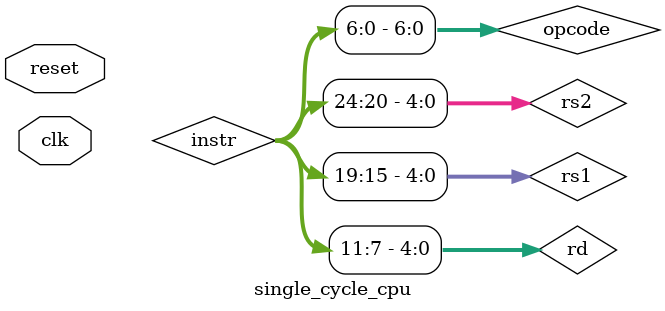
<source format=v>
`timescale 1ns / 1ps

module single_cycle_cpu(
    input clk,
    input reset
);

    // ======================
    // PC Registers
    // ======================
    wire [31:0] pc_current;
    wire [31:0] pc_next;
    wire [31:0] pc_plus4;
    assign pc_plus4 = pc_current + 4;

    pc PC_REG (
        .clk(clk),
        .reset(reset),
        .pc_next(pc_next),
        .pc_out(pc_current)
    );

    // ======================
    // Instruction Memory
    // ======================
    wire [31:0] instr;

    instruction_memory IMEM (
        .addr(pc_current),
        .instr(instr)
    );

    // Extract fields from instruction
    wire [6:0] opcode = instr[6:0];
    wire [2:0] funct3 = instr[14:12];
    wire [6:0] funct7 = instr[31:25];
    wire       funct7b5 = instr[30];

    // Simple opcode flags (used for a few special cases)
    wire is_jalr  = (opcode == 7'b1100111);
    wire is_jal   = (opcode == 7'b1101111);
    wire is_auipc = (opcode == 7'b0010111);
    wire is_lui   = (opcode == 7'b0110111);

    // ======================
    // Control Unit
    // ======================
    wire       RegWrite, MemWrite, ALUSrc, Branch, Jump;
    wire [1:0] ALUOp, ResultSrc;
    wire [2:0] ImmSrc;

    main_control CTRL (
        .opcode(opcode),
        .RegWrite(RegWrite),
        .MemWrite(MemWrite),
        .ALUSrc(ALUSrc),
        .Branch(Branch),
        .Jump(Jump),
        .ResultSrc(ResultSrc),
        .ALUOp(ALUOp),
        .ImmSrc(ImmSrc)
    );

    // ======================
    // Immediate Generator
    // ======================
    wire [31:0] imm;

    immediate_generator IMMGEN (
        .instr(instr),
        .ImmSrc(ImmSrc),
        .imm_out(imm)
    );

    // ======================
    // Register File
    // ======================
    wire [4:0] rs1 = instr[19:15];
    wire [4:0] rs2 = instr[24:20];
    wire [4:0] rd  = instr[11:7];

    wire [31:0] rd1, rd2;
    wire [31:0] writeback_data;

    Register_file RF (
        .clk(clk),
        .we(RegWrite),
        .rs1(rs1),
        .rs2(rs2),
        .rd(rd),
        .wd(writeback_data),
        .rd1(rd1),
        .rd2(rd2)
    );

    // ======================
    // ALU Control
    // ======================
    wire [3:0] alu_ctrl;

    alu_control ALC (
        .ALUOp(ALUOp),
        .funct3(funct3),
        .funct7b5(funct7b5),
        .alu_ctrl(alu_ctrl)
    );

    // ======================
    // ALU inputs
    // ======================
    // ALU A: normally rs1, but AUIPC uses PC as ALU operand A
    wire [31:0] alu_in1 = (is_auipc ? pc_current : rd1);

    // ALU B: immediate or rs2
    wire [31:0] alu_in2 = (ALUSrc ? imm : rd2);

    // ======================
    // ALU
    // ======================
    wire [31:0] alu_result;
    wire        Zero;

    arithmetic_logic_unit ALU (
        .a(alu_in1),
        .b(alu_in2),
        .alu_ctrl(alu_ctrl),
        .result(alu_result),
        .zero(Zero)
    );

    // Signed/unsigned compare flags for branch unit (use register operands)
    wire slt  = ($signed(rd1) < $signed(rd2));
    wire sltu = (rd1 < rd2);

    // ======================
    // Data Memory
    // ======================
    wire [31:0] read_data;

    data_memory DMEM (
        .clk(clk),
        .MemWrite(MemWrite),
        .addr(alu_result),
        .wd(rd2),
        .rd(read_data)
    );

    // ======================
    // ResultSrc MUX (writeback selection)
    //   00 -> ALU result
    //   01 -> Memory read
    //   10 -> PC + 4
    // LUI -> write imm directly (special case)
    // ======================
    reg [31:0] wb_reg;
    always @(*) begin
        if (is_lui) begin
            wb_reg = imm;                     // U-type immediate already shifted in imm gen
        end else begin
            case (ResultSrc)
                2'b00: wb_reg = alu_result;
                2'b01: wb_reg = read_data;
                2'b10: wb_reg = pc_plus4;
                default: wb_reg = alu_result;
            endcase
        end
    end
    assign writeback_data = wb_reg;

    // ======================
    // Branch Control Unit
    // ======================
    wire PCSrc;

    branch_control BRANCH (
        .Branch(Branch),
        .Jump(Jump),
        .funct3(funct3),
        .Zero(Zero),
        .slt(slt),
        .sltu(sltu),
        .PCSrc(PCSrc)
    );

    // ======================
    // PC Target selection
    // ======================
    // Default branch/jump target = PC + imm (covers branches and JAL)
    wire [31:0] pc_target_pc = pc_current + imm;

    // JALR target = (rs1 + imm) & ~1
    wire [31:0] jalr_target = (rd1 + imm) & 32'hFFFFFFFE;

    // Final pc_target chooses JALR vs PC+imm
    wire [31:0] pc_target = is_jalr ? jalr_target : pc_target_pc;

    // ======================
    // Final PC mux: if PCSrc then target else PC+4
    // ======================
    assign pc_next = PCSrc ? pc_target : pc_plus4;

endmodule

</source>
